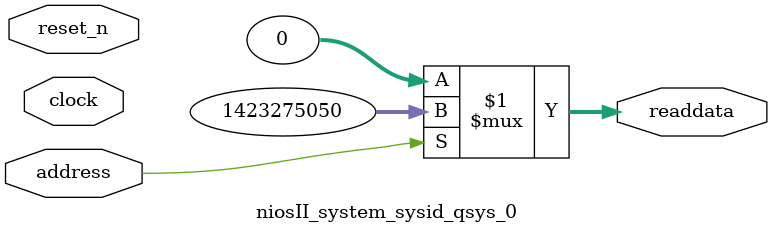
<source format=v>

`timescale 1ns / 1ps
// synthesis translate_on

// turn off superfluous verilog processor warnings 
// altera message_level Level1 
// altera message_off 10034 10035 10036 10037 10230 10240 10030 

module niosII_system_sysid_qsys_0 (
               // inputs:
                address,
                clock,
                reset_n,

               // outputs:
                readdata
             )
;

  output  [ 31: 0] readdata;
  input            address;
  input            clock;
  input            reset_n;

  wire    [ 31: 0] readdata;
  //control_slave, which is an e_avalon_slave
  assign readdata = address ? 1423275050 : 0;

endmodule




</source>
